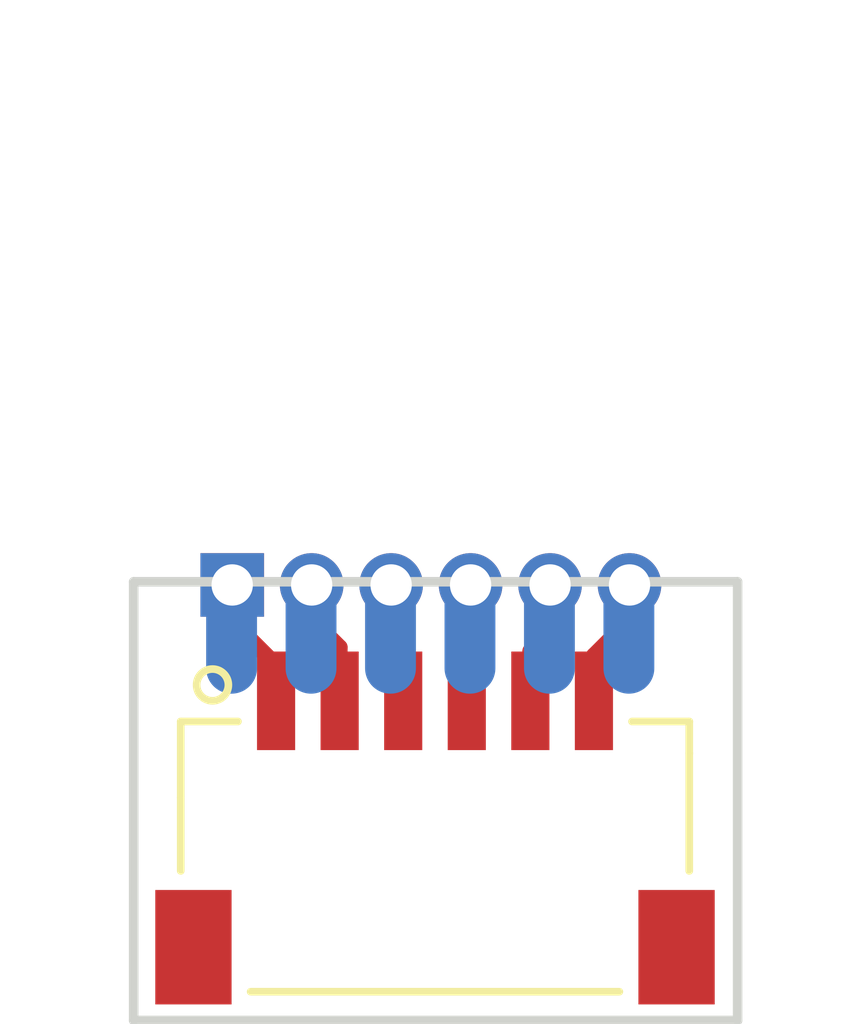
<source format=kicad_pcb>
(kicad_pcb (version 20171130) (host pcbnew "(5.0.0)")

  (general
    (thickness 0.8)
    (drawings 4)
    (tracks 18)
    (zones 0)
    (modules 3)
    (nets 7)
  )

  (page A4)
  (layers
    (0 F.Cu signal)
    (31 B.Cu signal)
    (32 B.Adhes user)
    (33 F.Adhes user)
    (34 B.Paste user)
    (35 F.Paste user)
    (36 B.SilkS user)
    (37 F.SilkS user)
    (38 B.Mask user)
    (39 F.Mask user)
    (40 Dwgs.User user)
    (41 Cmts.User user)
    (42 Eco1.User user)
    (43 Eco2.User user)
    (44 Edge.Cuts user)
    (45 Margin user)
    (46 B.CrtYd user)
    (47 F.CrtYd user)
    (48 B.Fab user)
    (49 F.Fab user)
  )

  (setup
    (last_trace_width 0.25)
    (trace_clearance 0.2)
    (zone_clearance 0.508)
    (zone_45_only no)
    (trace_min 0.2)
    (segment_width 0.2)
    (edge_width 0.15)
    (via_size 0.8)
    (via_drill 0.4)
    (via_min_size 0.4)
    (via_min_drill 0.3)
    (uvia_size 0.3)
    (uvia_drill 0.1)
    (uvias_allowed no)
    (uvia_min_size 0.2)
    (uvia_min_drill 0.1)
    (pcb_text_width 0.3)
    (pcb_text_size 1.5 1.5)
    (mod_edge_width 0.15)
    (mod_text_size 1 1)
    (mod_text_width 0.15)
    (pad_size 1.524 1.524)
    (pad_drill 0.762)
    (pad_to_mask_clearance 0.1)
    (aux_axis_origin 0 0)
    (visible_elements FFFFFF7F)
    (pcbplotparams
      (layerselection 0x010fc_ffffffff)
      (usegerberextensions false)
      (usegerberattributes false)
      (usegerberadvancedattributes false)
      (creategerberjobfile false)
      (excludeedgelayer true)
      (linewidth 0.100000)
      (plotframeref false)
      (viasonmask false)
      (mode 1)
      (useauxorigin false)
      (hpglpennumber 1)
      (hpglpenspeed 20)
      (hpglpendiameter 15.000000)
      (psnegative false)
      (psa4output false)
      (plotreference true)
      (plotvalue true)
      (plotinvisibletext false)
      (padsonsilk false)
      (subtractmaskfromsilk false)
      (outputformat 1)
      (mirror false)
      (drillshape 1)
      (scaleselection 1)
      (outputdirectory ""))
  )

  (net 0 "")
  (net 1 "Net-(J1-Pad6)")
  (net 2 "Net-(J1-Pad1)")
  (net 3 "Net-(J1-Pad5)")
  (net 4 "Net-(J1-Pad2)")
  (net 5 "Net-(J1-Pad3)")
  (net 6 "Net-(J1-Pad4)")

  (net_class Default "This is the default net class."
    (clearance 0.2)
    (trace_width 0.25)
    (via_dia 0.8)
    (via_drill 0.4)
    (uvia_dia 0.3)
    (uvia_drill 0.1)
    (add_net "Net-(J1-Pad1)")
    (add_net "Net-(J1-Pad2)")
    (add_net "Net-(J1-Pad3)")
    (add_net "Net-(J1-Pad4)")
    (add_net "Net-(J1-Pad5)")
    (add_net "Net-(J1-Pad6)")
  )

  (module Pin_Headers:Pin_Header_Angled_1x06_Pitch1.27mm (layer F.Cu) (tedit 5CFEA299) (tstamp 5CFEB428)
    (at 130.55 80.55 90)
    (descr "Through hole angled pin header, 1x06, 1.27mm pitch, 4.0mm pin length, single row")
    (tags "Through hole angled pin header THT 1x06 1.27mm single row")
    (path /5CFED08B)
    (fp_text reference J3 (at 2.4325 -1.635 90) (layer F.SilkS) hide
      (effects (font (size 1 1) (thickness 0.15)))
    )
    (fp_text value Conn_01x06_Male (at 2.4325 7.985 90) (layer F.Fab)
      (effects (font (size 1 1) (thickness 0.15)))
    )
    (fp_line (start -0.2 6.15) (end -0.2 6.55) (layer F.Fab) (width 0.1))
    (fp_line (start -0.2 4.88) (end -0.2 5.28) (layer F.Fab) (width 0.1))
    (fp_line (start -0.2 3.61) (end -0.2 4.01) (layer F.Fab) (width 0.1))
    (fp_line (start -0.2 2.34) (end -0.2 2.74) (layer F.Fab) (width 0.1))
    (fp_line (start -0.2 1.07) (end -0.2 1.47) (layer F.Fab) (width 0.1))
    (fp_line (start -0.2 -0.2) (end -0.2 0.2) (layer F.Fab) (width 0.1))
    (pad 6 thru_hole oval (at 0 6.25 90) (size 1 1) (drill 0.65) (layers *.Cu *.Mask)
      (net 1 "Net-(J1-Pad6)"))
    (pad 5 thru_hole oval (at 0 5 90) (size 1 1) (drill 0.65) (layers *.Cu *.Mask)
      (net 3 "Net-(J1-Pad5)"))
    (pad 4 thru_hole oval (at 0 3.75 90) (size 1 1) (drill 0.65) (layers *.Cu *.Mask)
      (net 6 "Net-(J1-Pad4)"))
    (pad 3 thru_hole oval (at 0 2.5 90) (size 1 1) (drill 0.65) (layers *.Cu *.Mask)
      (net 5 "Net-(J1-Pad3)"))
    (pad 2 thru_hole oval (at 0 1.25 90) (size 1 1) (drill 0.65) (layers *.Cu *.Mask)
      (net 4 "Net-(J1-Pad2)"))
    (pad 1 thru_hole rect (at 0 0 90) (size 1 1) (drill 0.65) (layers *.Cu *.Mask)
      (net 2 "Net-(J1-Pad1)"))
    (model ${KISYS3DMOD}/Pin_Headers.3dshapes/Pin_Header_Angled_1x06_Pitch1.27mm.wrl
      (at (xyz 0 0 0))
      (scale (xyz 1 1 1))
      (rotate (xyz 0 0 0))
    )
  )

  (module KiCadCustomLibs:Pads_prog_6pin1.25mm (layer B.Cu) (tedit 5CFEA307) (tstamp 5CFEB2E3)
    (at 133.665 81.26)
    (path /5CFECE5A)
    (fp_text reference J1 (at 0.5 -2) (layer B.SilkS) hide
      (effects (font (size 1 1) (thickness 0.15)) (justify mirror))
    )
    (fp_text value Conn_01x06_Male (at 0 2.25) (layer B.Fab)
      (effects (font (size 1 1) (thickness 0.15)) (justify mirror))
    )
    (pad 6 smd oval (at 3.125 0) (size 0.8 2) (layers B.Cu B.Paste B.Mask)
      (net 1 "Net-(J1-Pad6)"))
    (pad 1 smd oval (at -3.125 0) (size 0.8 2) (layers B.Cu B.Paste B.Mask)
      (net 2 "Net-(J1-Pad1)"))
    (pad 5 smd oval (at 1.875 0) (size 0.8 2) (layers B.Cu B.Paste B.Mask)
      (net 3 "Net-(J1-Pad5)"))
    (pad 2 smd oval (at -1.875 0) (size 0.8 2) (layers B.Cu B.Paste B.Mask)
      (net 4 "Net-(J1-Pad2)"))
    (pad 3 smd oval (at -0.625 0) (size 0.8 2) (layers B.Cu B.Paste B.Mask)
      (net 5 "Net-(J1-Pad3)"))
    (pad 4 smd oval (at 0.625 0) (size 0.8 2) (layers B.Cu B.Paste B.Mask)
      (net 6 "Net-(J1-Pad4)"))
  )

  (module KiCadCustomLibs:JST_SH_6x1mm (layer F.Cu) (tedit 5CFE9C88) (tstamp 5CFEB2F7)
    (at 133.74 84.31)
    (descr http://www.jst-mfg.com/product/pdf/eng/eSH.pdf)
    (tags "connector jst sh")
    (path /5CFECEF5)
    (attr smd)
    (fp_text reference J2 (at 0.5 0) (layer F.SilkS) hide
      (effects (font (size 1 1) (thickness 0.15)))
    )
    (fp_text value Conn_01x06 (at 0 4.5) (layer F.Fab) hide
      (effects (font (size 1 1) (thickness 0.15)))
    )
    (fp_line (start 4 -1.1125) (end 4 -1.1125) (layer F.SilkS) (width 0.12))
    (fp_line (start 4 -1.6125) (end 3.1 -1.6125) (layer F.SilkS) (width 0.12))
    (fp_line (start 4 0.7375) (end 4 -1.6125) (layer F.SilkS) (width 0.12))
    (fp_line (start -4 -0.4125) (end -4 -0.4125) (layer F.SilkS) (width 0.12))
    (fp_line (start -4 -1.6125) (end -3.1 -1.6125) (layer F.SilkS) (width 0.12))
    (fp_line (start -4 0.7375) (end -4 -1.6125) (layer F.SilkS) (width 0.12))
    (fp_line (start -2.9 2.6375) (end 2.9 2.6375) (layer F.SilkS) (width 0.12))
    (fp_circle (center -3.5 -2.1875) (end -3.25 -2.1875) (layer F.SilkS) (width 0.12))
    (pad "" smd rect (at 3.8 1.9375) (size 1.2 1.8) (layers F.Cu F.Paste F.Mask))
    (pad "" smd rect (at -3.8 1.9375) (size 1.2 1.8) (layers F.Cu F.Paste F.Mask))
    (pad 6 smd rect (at 2.5 -1.9375) (size 0.6 1.55) (layers F.Cu F.Paste F.Mask)
      (net 1 "Net-(J1-Pad6)"))
    (pad 5 smd rect (at 1.5 -1.9375) (size 0.6 1.55) (layers F.Cu F.Paste F.Mask)
      (net 3 "Net-(J1-Pad5)"))
    (pad 4 smd rect (at 0.5 -1.9375) (size 0.6 1.55) (layers F.Cu F.Paste F.Mask)
      (net 6 "Net-(J1-Pad4)"))
    (pad 3 smd rect (at -0.5 -1.9375) (size 0.6 1.55) (layers F.Cu F.Paste F.Mask)
      (net 5 "Net-(J1-Pad3)"))
    (pad 2 smd rect (at -1.5 -1.9375) (size 0.6 1.55) (layers F.Cu F.Paste F.Mask)
      (net 4 "Net-(J1-Pad2)"))
    (pad 1 smd rect (at -2.5 -1.9375) (size 0.6 1.55) (layers F.Cu F.Paste F.Mask)
      (net 2 "Net-(J1-Pad1)"))
  )

  (gr_line (start 129 80.5) (end 129 87.4) (layer Edge.Cuts) (width 0.15))
  (gr_line (start 138.5 80.5) (end 129 80.5) (layer Edge.Cuts) (width 0.15))
  (gr_line (start 138.5 87.4) (end 138.5 80.5) (layer Edge.Cuts) (width 0.15))
  (gr_line (start 129 87.4) (end 138.5 87.4) (layer Edge.Cuts) (width 0.15))

  (segment (start 136.24 82.3725) (end 136.24 81.66) (width 0.25) (layer F.Cu) (net 1))
  (segment (start 136.8 81.1) (end 136.8 80.55) (width 0.25) (layer F.Cu) (net 1))
  (segment (start 136.24 81.66) (end 136.8 81.1) (width 0.25) (layer F.Cu) (net 1))
  (segment (start 131.24 82.3725) (end 131.24 81.81) (width 0.25) (layer F.Cu) (net 2))
  (segment (start 130.55 81.12) (end 130.55 80.55) (width 0.25) (layer F.Cu) (net 2))
  (segment (start 131.24 81.81) (end 130.55 81.12) (width 0.25) (layer F.Cu) (net 2))
  (segment (start 135.24 82.3725) (end 135.24 81.59) (width 0.25) (layer F.Cu) (net 3))
  (segment (start 135.55 81.28) (end 135.55 80.55) (width 0.25) (layer F.Cu) (net 3))
  (segment (start 135.24 81.59) (end 135.55 81.28) (width 0.25) (layer F.Cu) (net 3))
  (segment (start 132.24 82.3725) (end 132.24 81.53) (width 0.25) (layer F.Cu) (net 4))
  (segment (start 131.8 81.09) (end 131.8 80.55) (width 0.25) (layer F.Cu) (net 4))
  (segment (start 132.24 81.53) (end 131.8 81.09) (width 0.25) (layer F.Cu) (net 4))
  (segment (start 133.24 82.3725) (end 133.24 81.31) (width 0.25) (layer F.Cu) (net 5))
  (segment (start 133.05 81.12) (end 133.05 80.55) (width 0.25) (layer F.Cu) (net 5))
  (segment (start 133.24 81.31) (end 133.05 81.12) (width 0.25) (layer F.Cu) (net 5))
  (segment (start 134.24 82.3725) (end 134.24 81.24) (width 0.25) (layer F.Cu) (net 6))
  (segment (start 134.3 81.18) (end 134.3 80.55) (width 0.25) (layer F.Cu) (net 6))
  (segment (start 134.24 81.24) (end 134.3 81.18) (width 0.25) (layer F.Cu) (net 6))

)

</source>
